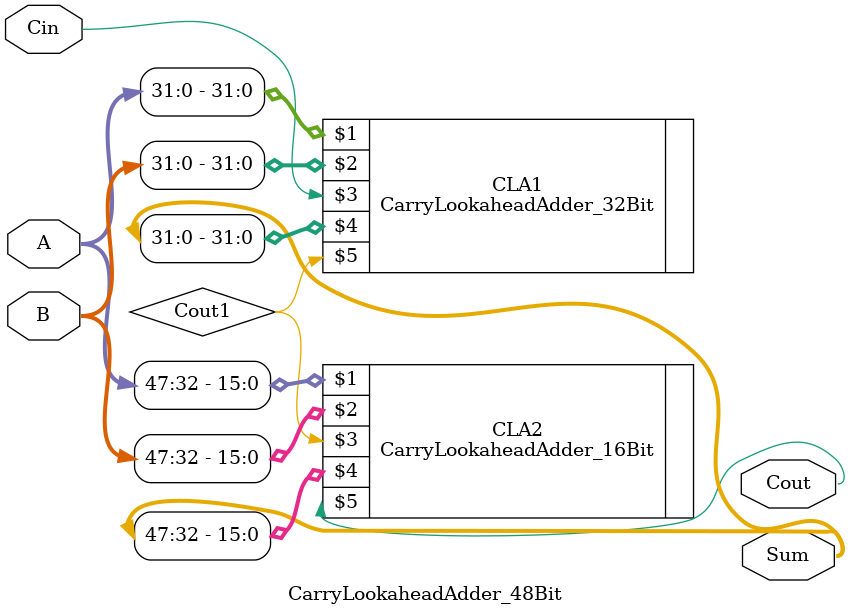
<source format=v>
`timescale 1ns / 1ps
module CarryLookaheadAdder_48Bit(
    input [47:0] A,
	 input [47:0] B,
	 input Cin,
    output [47:0] Sum,
    output Cout
    );
	 
	 CarryLookaheadAdder_32Bit CLA1(A[31:0], B[31:0], Cin, Sum[31:0], Cout1);
	 CarryLookaheadAdder_16Bit CLA2(A[47:32], B[47:32], Cout1, Sum[47:32], Cout);

endmodule

</source>
